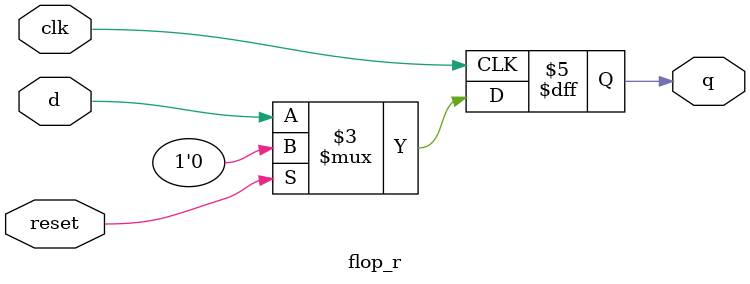
<source format=v>
module flop_r #(parameter Bits = 1, Reset_Value = 1'b0) (
  input clk,
  input reset,
  input [Bits-1:0] d,
  output [Bits-1:0] q
);
  always @(posedge clk) begin
    if(reset)
      q<=Reset_Value;
    else 
      q<= d;
  end
endmodule

</source>
